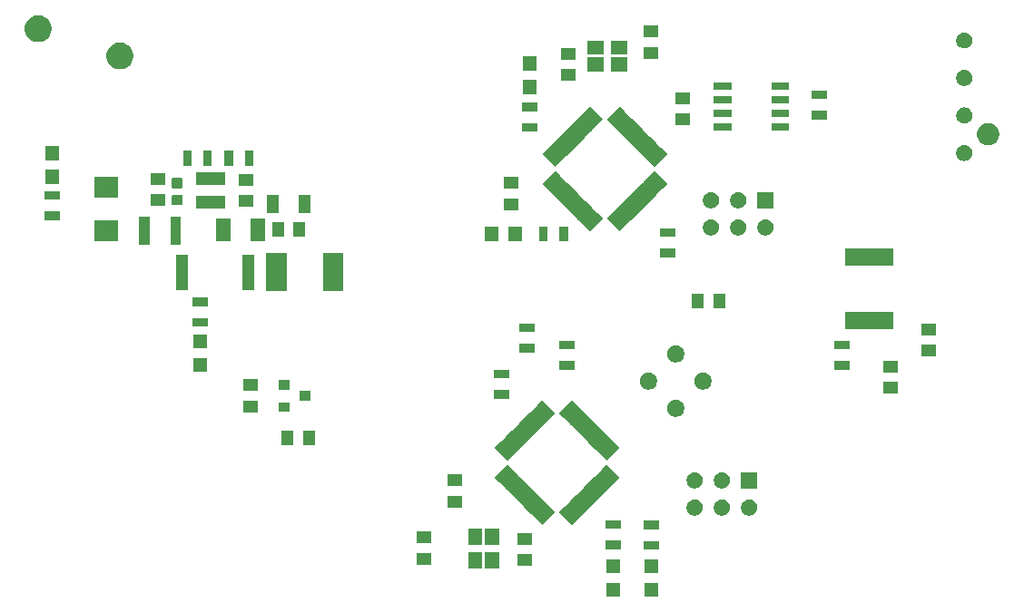
<source format=gbr>
G04 #@! TF.GenerationSoftware,KiCad,Pcbnew,5.1.4-e60b266~84~ubuntu16.04.1*
G04 #@! TF.CreationDate,2020-01-29T21:56:32-05:00*
G04 #@! TF.ProjectId,tire_temp,74697265-5f74-4656-9d70-2e6b69636164,rev?*
G04 #@! TF.SameCoordinates,Original*
G04 #@! TF.FileFunction,Soldermask,Top*
G04 #@! TF.FilePolarity,Negative*
%FSLAX46Y46*%
G04 Gerber Fmt 4.6, Leading zero omitted, Abs format (unit mm)*
G04 Created by KiCad (PCBNEW 5.1.4-e60b266~84~ubuntu16.04.1) date 2020-01-29 21:56:32*
%MOMM*%
%LPD*%
G04 APERTURE LIST*
%ADD10C,0.100000*%
G04 APERTURE END LIST*
D10*
G36*
X163211000Y-133069000D02*
G01*
X161909000Y-133069000D01*
X161909000Y-131767000D01*
X163211000Y-131767000D01*
X163211000Y-133069000D01*
X163211000Y-133069000D01*
G37*
G36*
X159655000Y-133069000D02*
G01*
X158353000Y-133069000D01*
X158353000Y-131767000D01*
X159655000Y-131767000D01*
X159655000Y-133069000D01*
X159655000Y-133069000D01*
G37*
G36*
X159655000Y-130869000D02*
G01*
X158353000Y-130869000D01*
X158353000Y-129567000D01*
X159655000Y-129567000D01*
X159655000Y-130869000D01*
X159655000Y-130869000D01*
G37*
G36*
X163211000Y-130869000D02*
G01*
X161909000Y-130869000D01*
X161909000Y-129567000D01*
X163211000Y-129567000D01*
X163211000Y-130869000D01*
X163211000Y-130869000D01*
G37*
G36*
X146790000Y-130375000D02*
G01*
X145488000Y-130375000D01*
X145488000Y-128873000D01*
X146790000Y-128873000D01*
X146790000Y-130375000D01*
X146790000Y-130375000D01*
G37*
G36*
X148390000Y-130375000D02*
G01*
X147088000Y-130375000D01*
X147088000Y-128873000D01*
X148390000Y-128873000D01*
X148390000Y-130375000D01*
X148390000Y-130375000D01*
G37*
G36*
X151425000Y-130202000D02*
G01*
X150073000Y-130202000D01*
X150073000Y-129100000D01*
X151425000Y-129100000D01*
X151425000Y-130202000D01*
X151425000Y-130202000D01*
G37*
G36*
X142027000Y-130075000D02*
G01*
X140675000Y-130075000D01*
X140675000Y-128973000D01*
X142027000Y-128973000D01*
X142027000Y-130075000D01*
X142027000Y-130075000D01*
G37*
G36*
X163261000Y-128671000D02*
G01*
X161859000Y-128671000D01*
X161859000Y-127869000D01*
X163261000Y-127869000D01*
X163261000Y-128671000D01*
X163261000Y-128671000D01*
G37*
G36*
X159705000Y-128605000D02*
G01*
X158303000Y-128605000D01*
X158303000Y-127803000D01*
X159705000Y-127803000D01*
X159705000Y-128605000D01*
X159705000Y-128605000D01*
G37*
G36*
X151425000Y-128202000D02*
G01*
X150073000Y-128202000D01*
X150073000Y-127100000D01*
X151425000Y-127100000D01*
X151425000Y-128202000D01*
X151425000Y-128202000D01*
G37*
G36*
X146790000Y-128175000D02*
G01*
X145488000Y-128175000D01*
X145488000Y-126673000D01*
X146790000Y-126673000D01*
X146790000Y-128175000D01*
X146790000Y-128175000D01*
G37*
G36*
X148390000Y-128175000D02*
G01*
X147088000Y-128175000D01*
X147088000Y-126673000D01*
X148390000Y-126673000D01*
X148390000Y-128175000D01*
X148390000Y-128175000D01*
G37*
G36*
X142027000Y-128075000D02*
G01*
X140675000Y-128075000D01*
X140675000Y-126973000D01*
X142027000Y-126973000D01*
X142027000Y-128075000D01*
X142027000Y-128075000D01*
G37*
G36*
X163261000Y-126771000D02*
G01*
X161859000Y-126771000D01*
X161859000Y-125969000D01*
X163261000Y-125969000D01*
X163261000Y-126771000D01*
X163261000Y-126771000D01*
G37*
G36*
X159705000Y-126705000D02*
G01*
X158303000Y-126705000D01*
X158303000Y-125903000D01*
X159705000Y-125903000D01*
X159705000Y-126705000D01*
X159705000Y-126705000D01*
G37*
G36*
X159614368Y-121919536D02*
G01*
X159153334Y-122380570D01*
X159048682Y-122485221D01*
X158587648Y-122946255D01*
X158482997Y-123050907D01*
X156324907Y-125208997D01*
X156220255Y-125313648D01*
X155759221Y-125774682D01*
X155654570Y-125879334D01*
X155193536Y-126340368D01*
X153990040Y-125136872D01*
X154451074Y-124675838D01*
X154451075Y-124675839D01*
X154467339Y-124659575D01*
X154467348Y-124659564D01*
X154555726Y-124571187D01*
X154555725Y-124571186D01*
X155016759Y-124110152D01*
X155016760Y-124110153D01*
X155105137Y-124021775D01*
X155105148Y-124021766D01*
X155121412Y-124005502D01*
X155121411Y-124005501D01*
X155582445Y-123544467D01*
X155582446Y-123544468D01*
X155670833Y-123456080D01*
X155687097Y-123439817D01*
X155687096Y-123439816D01*
X156148130Y-122978782D01*
X156148131Y-122978783D01*
X156252783Y-122874131D01*
X156252782Y-122874130D01*
X156713816Y-122413096D01*
X156713817Y-122413097D01*
X156802204Y-122324709D01*
X156818468Y-122308446D01*
X156818467Y-122308445D01*
X157279501Y-121847411D01*
X157279502Y-121847412D01*
X157295766Y-121831148D01*
X157295775Y-121831137D01*
X157384153Y-121742760D01*
X157384152Y-121742759D01*
X157845186Y-121281725D01*
X157845187Y-121281726D01*
X157933564Y-121193348D01*
X157933575Y-121193339D01*
X157949839Y-121177075D01*
X157949838Y-121177074D01*
X158410872Y-120716040D01*
X159614368Y-121919536D01*
X159614368Y-121919536D01*
G37*
G36*
X149644162Y-121177074D02*
G01*
X149644162Y-121177075D01*
X149660426Y-121193339D01*
X149660432Y-121193344D01*
X149748814Y-121281726D01*
X149748814Y-121281725D01*
X150209848Y-121742759D01*
X150209848Y-121742760D01*
X150298230Y-121831142D01*
X150298235Y-121831148D01*
X150314499Y-121847412D01*
X150314499Y-121847411D01*
X150775533Y-122308445D01*
X150775533Y-122308446D01*
X150880184Y-122413097D01*
X150880184Y-122413096D01*
X151341218Y-122874130D01*
X151341218Y-122874131D01*
X151445870Y-122978783D01*
X151445870Y-122978782D01*
X151906904Y-123439816D01*
X151906904Y-123439817D01*
X152011555Y-123544468D01*
X152011555Y-123544467D01*
X152472589Y-124005501D01*
X152472589Y-124005502D01*
X152488853Y-124021766D01*
X152488859Y-124021771D01*
X152577241Y-124110153D01*
X152577241Y-124110152D01*
X153038275Y-124571186D01*
X153038275Y-124571187D01*
X153126657Y-124659569D01*
X153126662Y-124659575D01*
X153142926Y-124675839D01*
X153142926Y-124675838D01*
X153603960Y-125136872D01*
X152400464Y-126340368D01*
X151939430Y-125879334D01*
X151939431Y-125879334D01*
X151851049Y-125790952D01*
X151851044Y-125790946D01*
X151834780Y-125774682D01*
X151834779Y-125774682D01*
X151373745Y-125313648D01*
X151373746Y-125313648D01*
X151357482Y-125297384D01*
X151357476Y-125297379D01*
X151269094Y-125208997D01*
X151269093Y-125208997D01*
X150808059Y-124747963D01*
X150808060Y-124747963D01*
X150703409Y-124643312D01*
X150703408Y-124643312D01*
X150242374Y-124182278D01*
X150242375Y-124182278D01*
X150137723Y-124077626D01*
X150137722Y-124077626D01*
X149676688Y-123616592D01*
X149676689Y-123616592D01*
X149572038Y-123511941D01*
X149572037Y-123511941D01*
X149111003Y-123050907D01*
X149111004Y-123050907D01*
X149022622Y-122962525D01*
X149022617Y-122962519D01*
X149006353Y-122946255D01*
X149006352Y-122946255D01*
X148545318Y-122485221D01*
X148545319Y-122485221D01*
X148529055Y-122468957D01*
X148529049Y-122468952D01*
X148440667Y-122380570D01*
X148440666Y-122380570D01*
X147979632Y-121919536D01*
X149183128Y-120716040D01*
X149644162Y-121177074D01*
X149644162Y-121177074D01*
G37*
G36*
X171923059Y-123991860D02*
G01*
X171995271Y-124021771D01*
X172059732Y-124048472D01*
X172182735Y-124130660D01*
X172287340Y-124235265D01*
X172369528Y-124358268D01*
X172426140Y-124494941D01*
X172455000Y-124640033D01*
X172455000Y-124787967D01*
X172426140Y-124933059D01*
X172369528Y-125069732D01*
X172287340Y-125192735D01*
X172182735Y-125297340D01*
X172059732Y-125379528D01*
X172059731Y-125379529D01*
X172059730Y-125379529D01*
X171923059Y-125436140D01*
X171777968Y-125465000D01*
X171630032Y-125465000D01*
X171484941Y-125436140D01*
X171348270Y-125379529D01*
X171348269Y-125379529D01*
X171348268Y-125379528D01*
X171225265Y-125297340D01*
X171120660Y-125192735D01*
X171038472Y-125069732D01*
X170981860Y-124933059D01*
X170953000Y-124787967D01*
X170953000Y-124640033D01*
X170981860Y-124494941D01*
X171038472Y-124358268D01*
X171120660Y-124235265D01*
X171225265Y-124130660D01*
X171348268Y-124048472D01*
X171412730Y-124021771D01*
X171484941Y-123991860D01*
X171630032Y-123963000D01*
X171777968Y-123963000D01*
X171923059Y-123991860D01*
X171923059Y-123991860D01*
G37*
G36*
X166843059Y-123991860D02*
G01*
X166915271Y-124021771D01*
X166979732Y-124048472D01*
X167102735Y-124130660D01*
X167207340Y-124235265D01*
X167289528Y-124358268D01*
X167346140Y-124494941D01*
X167375000Y-124640033D01*
X167375000Y-124787967D01*
X167346140Y-124933059D01*
X167289528Y-125069732D01*
X167207340Y-125192735D01*
X167102735Y-125297340D01*
X166979732Y-125379528D01*
X166979731Y-125379529D01*
X166979730Y-125379529D01*
X166843059Y-125436140D01*
X166697968Y-125465000D01*
X166550032Y-125465000D01*
X166404941Y-125436140D01*
X166268270Y-125379529D01*
X166268269Y-125379529D01*
X166268268Y-125379528D01*
X166145265Y-125297340D01*
X166040660Y-125192735D01*
X165958472Y-125069732D01*
X165901860Y-124933059D01*
X165873000Y-124787967D01*
X165873000Y-124640033D01*
X165901860Y-124494941D01*
X165958472Y-124358268D01*
X166040660Y-124235265D01*
X166145265Y-124130660D01*
X166268268Y-124048472D01*
X166332730Y-124021771D01*
X166404941Y-123991860D01*
X166550032Y-123963000D01*
X166697968Y-123963000D01*
X166843059Y-123991860D01*
X166843059Y-123991860D01*
G37*
G36*
X169383059Y-123991860D02*
G01*
X169455271Y-124021771D01*
X169519732Y-124048472D01*
X169642735Y-124130660D01*
X169747340Y-124235265D01*
X169829528Y-124358268D01*
X169886140Y-124494941D01*
X169915000Y-124640033D01*
X169915000Y-124787967D01*
X169886140Y-124933059D01*
X169829528Y-125069732D01*
X169747340Y-125192735D01*
X169642735Y-125297340D01*
X169519732Y-125379528D01*
X169519731Y-125379529D01*
X169519730Y-125379529D01*
X169383059Y-125436140D01*
X169237968Y-125465000D01*
X169090032Y-125465000D01*
X168944941Y-125436140D01*
X168808270Y-125379529D01*
X168808269Y-125379529D01*
X168808268Y-125379528D01*
X168685265Y-125297340D01*
X168580660Y-125192735D01*
X168498472Y-125069732D01*
X168441860Y-124933059D01*
X168413000Y-124787967D01*
X168413000Y-124640033D01*
X168441860Y-124494941D01*
X168498472Y-124358268D01*
X168580660Y-124235265D01*
X168685265Y-124130660D01*
X168808268Y-124048472D01*
X168872730Y-124021771D01*
X168944941Y-123991860D01*
X169090032Y-123963000D01*
X169237968Y-123963000D01*
X169383059Y-123991860D01*
X169383059Y-123991860D01*
G37*
G36*
X144948000Y-124725000D02*
G01*
X143596000Y-124725000D01*
X143596000Y-123623000D01*
X144948000Y-123623000D01*
X144948000Y-124725000D01*
X144948000Y-124725000D01*
G37*
G36*
X169383059Y-121451860D02*
G01*
X169519732Y-121508472D01*
X169642735Y-121590660D01*
X169747340Y-121695265D01*
X169747341Y-121695267D01*
X169829529Y-121818270D01*
X169886140Y-121954941D01*
X169915000Y-122100032D01*
X169915000Y-122247968D01*
X169899735Y-122324709D01*
X169886140Y-122393059D01*
X169829528Y-122529732D01*
X169747340Y-122652735D01*
X169642735Y-122757340D01*
X169519732Y-122839528D01*
X169519731Y-122839529D01*
X169519730Y-122839529D01*
X169383059Y-122896140D01*
X169237968Y-122925000D01*
X169090032Y-122925000D01*
X168944941Y-122896140D01*
X168808270Y-122839529D01*
X168808269Y-122839529D01*
X168808268Y-122839528D01*
X168685265Y-122757340D01*
X168580660Y-122652735D01*
X168498472Y-122529732D01*
X168441860Y-122393059D01*
X168428265Y-122324709D01*
X168413000Y-122247968D01*
X168413000Y-122100032D01*
X168441860Y-121954941D01*
X168498471Y-121818270D01*
X168580659Y-121695267D01*
X168580660Y-121695265D01*
X168685265Y-121590660D01*
X168808268Y-121508472D01*
X168944941Y-121451860D01*
X169090032Y-121423000D01*
X169237968Y-121423000D01*
X169383059Y-121451860D01*
X169383059Y-121451860D01*
G37*
G36*
X166843059Y-121451860D02*
G01*
X166979732Y-121508472D01*
X167102735Y-121590660D01*
X167207340Y-121695265D01*
X167207341Y-121695267D01*
X167289529Y-121818270D01*
X167346140Y-121954941D01*
X167375000Y-122100032D01*
X167375000Y-122247968D01*
X167359735Y-122324709D01*
X167346140Y-122393059D01*
X167289528Y-122529732D01*
X167207340Y-122652735D01*
X167102735Y-122757340D01*
X166979732Y-122839528D01*
X166979731Y-122839529D01*
X166979730Y-122839529D01*
X166843059Y-122896140D01*
X166697968Y-122925000D01*
X166550032Y-122925000D01*
X166404941Y-122896140D01*
X166268270Y-122839529D01*
X166268269Y-122839529D01*
X166268268Y-122839528D01*
X166145265Y-122757340D01*
X166040660Y-122652735D01*
X165958472Y-122529732D01*
X165901860Y-122393059D01*
X165888265Y-122324709D01*
X165873000Y-122247968D01*
X165873000Y-122100032D01*
X165901860Y-121954941D01*
X165958471Y-121818270D01*
X166040659Y-121695267D01*
X166040660Y-121695265D01*
X166145265Y-121590660D01*
X166268268Y-121508472D01*
X166404941Y-121451860D01*
X166550032Y-121423000D01*
X166697968Y-121423000D01*
X166843059Y-121451860D01*
X166843059Y-121451860D01*
G37*
G36*
X172455000Y-122925000D02*
G01*
X170953000Y-122925000D01*
X170953000Y-121423000D01*
X172455000Y-121423000D01*
X172455000Y-122925000D01*
X172455000Y-122925000D01*
G37*
G36*
X144948000Y-122725000D02*
G01*
X143596000Y-122725000D01*
X143596000Y-121623000D01*
X144948000Y-121623000D01*
X144948000Y-122725000D01*
X144948000Y-122725000D01*
G37*
G36*
X153603960Y-115909128D02*
G01*
X153126662Y-116386426D01*
X153038275Y-116474814D01*
X152577241Y-116935848D01*
X152488853Y-117024235D01*
X152011555Y-117501533D01*
X151923167Y-117589920D01*
X151906904Y-117606184D01*
X150880184Y-118632904D01*
X150791796Y-118721291D01*
X150775533Y-118737555D01*
X150298235Y-119214853D01*
X150209848Y-119303241D01*
X149748814Y-119764275D01*
X149660426Y-119852662D01*
X149183128Y-120329960D01*
X147979632Y-119126464D01*
X148440666Y-118665430D01*
X148440667Y-118665431D01*
X148529044Y-118577053D01*
X148529055Y-118577044D01*
X148545319Y-118560780D01*
X148545318Y-118560779D01*
X149006352Y-118099745D01*
X149006353Y-118099746D01*
X149022617Y-118083482D01*
X149022626Y-118083471D01*
X149111004Y-117995094D01*
X149111003Y-117995093D01*
X149572037Y-117534059D01*
X149572038Y-117534060D01*
X149676689Y-117429409D01*
X149676688Y-117429408D01*
X150137722Y-116968374D01*
X150137723Y-116968375D01*
X150242375Y-116863723D01*
X150242374Y-116863722D01*
X150703408Y-116402688D01*
X150703409Y-116402689D01*
X150808060Y-116298038D01*
X150808059Y-116298037D01*
X151269093Y-115837003D01*
X151269094Y-115837004D01*
X151357471Y-115748626D01*
X151357482Y-115748617D01*
X151373746Y-115732353D01*
X151373745Y-115732352D01*
X151834779Y-115271318D01*
X151834780Y-115271319D01*
X151851044Y-115255055D01*
X151851053Y-115255044D01*
X151939431Y-115166667D01*
X151939430Y-115166666D01*
X152400464Y-114705632D01*
X153603960Y-115909128D01*
X153603960Y-115909128D01*
G37*
G36*
X155654570Y-115166666D02*
G01*
X155654570Y-115166667D01*
X155742952Y-115255049D01*
X155742957Y-115255055D01*
X155759221Y-115271319D01*
X155759221Y-115271318D01*
X156220255Y-115732352D01*
X156220255Y-115732353D01*
X156236519Y-115748617D01*
X156236525Y-115748622D01*
X156324907Y-115837004D01*
X156324907Y-115837003D01*
X156785941Y-116298037D01*
X156785941Y-116298038D01*
X156890592Y-116402689D01*
X156890592Y-116402688D01*
X157351626Y-116863722D01*
X157351626Y-116863723D01*
X157456278Y-116968375D01*
X157456278Y-116968374D01*
X157917312Y-117429408D01*
X157917312Y-117429409D01*
X158021963Y-117534060D01*
X158021963Y-117534059D01*
X158482997Y-117995093D01*
X158482997Y-117995094D01*
X158571379Y-118083476D01*
X158571384Y-118083482D01*
X158587648Y-118099746D01*
X158587648Y-118099745D01*
X159048682Y-118560779D01*
X159048682Y-118560780D01*
X159064946Y-118577044D01*
X159064952Y-118577049D01*
X159153334Y-118665431D01*
X159153334Y-118665430D01*
X159614368Y-119126464D01*
X158410872Y-120329960D01*
X157949838Y-119868926D01*
X157949839Y-119868926D01*
X157933575Y-119852662D01*
X157933569Y-119852657D01*
X157845187Y-119764275D01*
X157845186Y-119764275D01*
X157384152Y-119303241D01*
X157384153Y-119303241D01*
X157295771Y-119214859D01*
X157295766Y-119214853D01*
X157279502Y-119198589D01*
X157279501Y-119198589D01*
X156818467Y-118737555D01*
X156818468Y-118737555D01*
X156713817Y-118632904D01*
X156713816Y-118632904D01*
X156252782Y-118171870D01*
X156252783Y-118171870D01*
X156148131Y-118067218D01*
X156148130Y-118067218D01*
X155687096Y-117606184D01*
X155687097Y-117606184D01*
X155582446Y-117501533D01*
X155582445Y-117501533D01*
X155121411Y-117040499D01*
X155121412Y-117040499D01*
X155105148Y-117024235D01*
X155105142Y-117024230D01*
X155016760Y-116935848D01*
X155016759Y-116935848D01*
X154555725Y-116474814D01*
X154555726Y-116474814D01*
X154467344Y-116386432D01*
X154467339Y-116386426D01*
X154451075Y-116370162D01*
X154451074Y-116370162D01*
X153990040Y-115909128D01*
X155193536Y-114705632D01*
X155654570Y-115166666D01*
X155654570Y-115166666D01*
G37*
G36*
X129218000Y-118913000D02*
G01*
X128116000Y-118913000D01*
X128116000Y-117561000D01*
X129218000Y-117561000D01*
X129218000Y-118913000D01*
X129218000Y-118913000D01*
G37*
G36*
X131218000Y-118913000D02*
G01*
X130116000Y-118913000D01*
X130116000Y-117561000D01*
X131218000Y-117561000D01*
X131218000Y-118913000D01*
X131218000Y-118913000D01*
G37*
G36*
X165083142Y-114661242D02*
G01*
X165231101Y-114722529D01*
X165364255Y-114811499D01*
X165477501Y-114924745D01*
X165566471Y-115057899D01*
X165627758Y-115205858D01*
X165659000Y-115362925D01*
X165659000Y-115523075D01*
X165627758Y-115680142D01*
X165566471Y-115828101D01*
X165477501Y-115961255D01*
X165364255Y-116074501D01*
X165231101Y-116163471D01*
X165083142Y-116224758D01*
X164926075Y-116256000D01*
X164765925Y-116256000D01*
X164608858Y-116224758D01*
X164460899Y-116163471D01*
X164327745Y-116074501D01*
X164214499Y-115961255D01*
X164125529Y-115828101D01*
X164064242Y-115680142D01*
X164033000Y-115523075D01*
X164033000Y-115362925D01*
X164064242Y-115205858D01*
X164125529Y-115057899D01*
X164214499Y-114924745D01*
X164327745Y-114811499D01*
X164460899Y-114722529D01*
X164608858Y-114661242D01*
X164765925Y-114630000D01*
X164926075Y-114630000D01*
X165083142Y-114661242D01*
X165083142Y-114661242D01*
G37*
G36*
X125898000Y-115851000D02*
G01*
X124546000Y-115851000D01*
X124546000Y-114749000D01*
X125898000Y-114749000D01*
X125898000Y-115851000D01*
X125898000Y-115851000D01*
G37*
G36*
X128803000Y-115801000D02*
G01*
X127801000Y-115801000D01*
X127801000Y-114899000D01*
X128803000Y-114899000D01*
X128803000Y-115801000D01*
X128803000Y-115801000D01*
G37*
G36*
X130803000Y-114751000D02*
G01*
X129801000Y-114751000D01*
X129801000Y-113849000D01*
X130803000Y-113849000D01*
X130803000Y-114751000D01*
X130803000Y-114751000D01*
G37*
G36*
X149291000Y-114574000D02*
G01*
X147889000Y-114574000D01*
X147889000Y-113772000D01*
X149291000Y-113772000D01*
X149291000Y-114574000D01*
X149291000Y-114574000D01*
G37*
G36*
X185588000Y-114089000D02*
G01*
X184236000Y-114089000D01*
X184236000Y-112987000D01*
X185588000Y-112987000D01*
X185588000Y-114089000D01*
X185588000Y-114089000D01*
G37*
G36*
X125898000Y-113851000D02*
G01*
X124546000Y-113851000D01*
X124546000Y-112749000D01*
X125898000Y-112749000D01*
X125898000Y-113851000D01*
X125898000Y-113851000D01*
G37*
G36*
X162543142Y-112121242D02*
G01*
X162691101Y-112182529D01*
X162824255Y-112271499D01*
X162937501Y-112384745D01*
X163026471Y-112517899D01*
X163087758Y-112665858D01*
X163119000Y-112822925D01*
X163119000Y-112983075D01*
X163087758Y-113140142D01*
X163026471Y-113288101D01*
X162937501Y-113421255D01*
X162824255Y-113534501D01*
X162691101Y-113623471D01*
X162543142Y-113684758D01*
X162386075Y-113716000D01*
X162225925Y-113716000D01*
X162068858Y-113684758D01*
X161920899Y-113623471D01*
X161787745Y-113534501D01*
X161674499Y-113421255D01*
X161585529Y-113288101D01*
X161524242Y-113140142D01*
X161493000Y-112983075D01*
X161493000Y-112822925D01*
X161524242Y-112665858D01*
X161585529Y-112517899D01*
X161674499Y-112384745D01*
X161787745Y-112271499D01*
X161920899Y-112182529D01*
X162068858Y-112121242D01*
X162225925Y-112090000D01*
X162386075Y-112090000D01*
X162543142Y-112121242D01*
X162543142Y-112121242D01*
G37*
G36*
X167623142Y-112121242D02*
G01*
X167771101Y-112182529D01*
X167904255Y-112271499D01*
X168017501Y-112384745D01*
X168106471Y-112517899D01*
X168167758Y-112665858D01*
X168199000Y-112822925D01*
X168199000Y-112983075D01*
X168167758Y-113140142D01*
X168106471Y-113288101D01*
X168017501Y-113421255D01*
X167904255Y-113534501D01*
X167771101Y-113623471D01*
X167623142Y-113684758D01*
X167466075Y-113716000D01*
X167305925Y-113716000D01*
X167148858Y-113684758D01*
X167000899Y-113623471D01*
X166867745Y-113534501D01*
X166754499Y-113421255D01*
X166665529Y-113288101D01*
X166604242Y-113140142D01*
X166573000Y-112983075D01*
X166573000Y-112822925D01*
X166604242Y-112665858D01*
X166665529Y-112517899D01*
X166754499Y-112384745D01*
X166867745Y-112271499D01*
X167000899Y-112182529D01*
X167148858Y-112121242D01*
X167305925Y-112090000D01*
X167466075Y-112090000D01*
X167623142Y-112121242D01*
X167623142Y-112121242D01*
G37*
G36*
X128803000Y-113701000D02*
G01*
X127801000Y-113701000D01*
X127801000Y-112799000D01*
X128803000Y-112799000D01*
X128803000Y-113701000D01*
X128803000Y-113701000D01*
G37*
G36*
X149291000Y-112674000D02*
G01*
X147889000Y-112674000D01*
X147889000Y-111872000D01*
X149291000Y-111872000D01*
X149291000Y-112674000D01*
X149291000Y-112674000D01*
G37*
G36*
X185588000Y-112089000D02*
G01*
X184236000Y-112089000D01*
X184236000Y-110987000D01*
X185588000Y-110987000D01*
X185588000Y-112089000D01*
X185588000Y-112089000D01*
G37*
G36*
X121144000Y-112043000D02*
G01*
X119842000Y-112043000D01*
X119842000Y-110741000D01*
X121144000Y-110741000D01*
X121144000Y-112043000D01*
X121144000Y-112043000D01*
G37*
G36*
X181041000Y-111841000D02*
G01*
X179639000Y-111841000D01*
X179639000Y-111039000D01*
X181041000Y-111039000D01*
X181041000Y-111841000D01*
X181041000Y-111841000D01*
G37*
G36*
X155387000Y-111841000D02*
G01*
X153985000Y-111841000D01*
X153985000Y-111039000D01*
X155387000Y-111039000D01*
X155387000Y-111841000D01*
X155387000Y-111841000D01*
G37*
G36*
X165083142Y-109581242D02*
G01*
X165231101Y-109642529D01*
X165364255Y-109731499D01*
X165477501Y-109844745D01*
X165566471Y-109977899D01*
X165627758Y-110125858D01*
X165659000Y-110282925D01*
X165659000Y-110443075D01*
X165627758Y-110600142D01*
X165566471Y-110748101D01*
X165477501Y-110881255D01*
X165364255Y-110994501D01*
X165231101Y-111083471D01*
X165083142Y-111144758D01*
X164926075Y-111176000D01*
X164765925Y-111176000D01*
X164608858Y-111144758D01*
X164460899Y-111083471D01*
X164327745Y-110994501D01*
X164214499Y-110881255D01*
X164125529Y-110748101D01*
X164064242Y-110600142D01*
X164033000Y-110443075D01*
X164033000Y-110282925D01*
X164064242Y-110125858D01*
X164125529Y-109977899D01*
X164214499Y-109844745D01*
X164327745Y-109731499D01*
X164460899Y-109642529D01*
X164608858Y-109581242D01*
X164765925Y-109550000D01*
X164926075Y-109550000D01*
X165083142Y-109581242D01*
X165083142Y-109581242D01*
G37*
G36*
X189144000Y-110628000D02*
G01*
X187792000Y-110628000D01*
X187792000Y-109526000D01*
X189144000Y-109526000D01*
X189144000Y-110628000D01*
X189144000Y-110628000D01*
G37*
G36*
X151704000Y-110256000D02*
G01*
X150302000Y-110256000D01*
X150302000Y-109454000D01*
X151704000Y-109454000D01*
X151704000Y-110256000D01*
X151704000Y-110256000D01*
G37*
G36*
X181041000Y-109941000D02*
G01*
X179639000Y-109941000D01*
X179639000Y-109139000D01*
X181041000Y-109139000D01*
X181041000Y-109941000D01*
X181041000Y-109941000D01*
G37*
G36*
X155387000Y-109941000D02*
G01*
X153985000Y-109941000D01*
X153985000Y-109139000D01*
X155387000Y-109139000D01*
X155387000Y-109941000D01*
X155387000Y-109941000D01*
G37*
G36*
X121144000Y-109843000D02*
G01*
X119842000Y-109843000D01*
X119842000Y-108541000D01*
X121144000Y-108541000D01*
X121144000Y-109843000D01*
X121144000Y-109843000D01*
G37*
G36*
X189144000Y-108628000D02*
G01*
X187792000Y-108628000D01*
X187792000Y-107526000D01*
X189144000Y-107526000D01*
X189144000Y-108628000D01*
X189144000Y-108628000D01*
G37*
G36*
X151704000Y-108356000D02*
G01*
X150302000Y-108356000D01*
X150302000Y-107554000D01*
X151704000Y-107554000D01*
X151704000Y-108356000D01*
X151704000Y-108356000D01*
G37*
G36*
X185151000Y-108022000D02*
G01*
X180699000Y-108022000D01*
X180699000Y-106470000D01*
X185151000Y-106470000D01*
X185151000Y-108022000D01*
X185151000Y-108022000D01*
G37*
G36*
X121194000Y-107843000D02*
G01*
X119792000Y-107843000D01*
X119792000Y-107041000D01*
X121194000Y-107041000D01*
X121194000Y-107843000D01*
X121194000Y-107843000D01*
G37*
G36*
X169461000Y-106086000D02*
G01*
X168359000Y-106086000D01*
X168359000Y-104734000D01*
X169461000Y-104734000D01*
X169461000Y-106086000D01*
X169461000Y-106086000D01*
G37*
G36*
X167461000Y-106086000D02*
G01*
X166359000Y-106086000D01*
X166359000Y-104734000D01*
X167461000Y-104734000D01*
X167461000Y-106086000D01*
X167461000Y-106086000D01*
G37*
G36*
X121194000Y-105943000D02*
G01*
X119792000Y-105943000D01*
X119792000Y-105141000D01*
X121194000Y-105141000D01*
X121194000Y-105943000D01*
X121194000Y-105943000D01*
G37*
G36*
X133843300Y-104544000D02*
G01*
X131961300Y-104544000D01*
X131961300Y-100942000D01*
X133843300Y-100942000D01*
X133843300Y-104544000D01*
X133843300Y-104544000D01*
G37*
G36*
X128563300Y-104544000D02*
G01*
X126681300Y-104544000D01*
X126681300Y-100942000D01*
X128563300Y-100942000D01*
X128563300Y-104544000D01*
X128563300Y-104544000D01*
G37*
G36*
X119372200Y-104399080D02*
G01*
X118270200Y-104399080D01*
X118270200Y-101097080D01*
X119372200Y-101097080D01*
X119372200Y-104399080D01*
X119372200Y-104399080D01*
G37*
G36*
X125572200Y-104399080D02*
G01*
X124470200Y-104399080D01*
X124470200Y-101097080D01*
X125572200Y-101097080D01*
X125572200Y-104399080D01*
X125572200Y-104399080D01*
G37*
G36*
X185151000Y-102122000D02*
G01*
X180699000Y-102122000D01*
X180699000Y-100570000D01*
X185151000Y-100570000D01*
X185151000Y-102122000D01*
X185151000Y-102122000D01*
G37*
G36*
X164785000Y-101361000D02*
G01*
X163383000Y-101361000D01*
X163383000Y-100559000D01*
X164785000Y-100559000D01*
X164785000Y-101361000D01*
X164785000Y-101361000D01*
G37*
G36*
X118714800Y-100170500D02*
G01*
X117712800Y-100170500D01*
X117712800Y-97568500D01*
X118714800Y-97568500D01*
X118714800Y-100170500D01*
X118714800Y-100170500D01*
G37*
G36*
X115814800Y-100170500D02*
G01*
X114812800Y-100170500D01*
X114812800Y-97568500D01*
X115814800Y-97568500D01*
X115814800Y-100170500D01*
X115814800Y-100170500D01*
G37*
G36*
X152928000Y-99888000D02*
G01*
X152126000Y-99888000D01*
X152126000Y-98486000D01*
X152928000Y-98486000D01*
X152928000Y-99888000D01*
X152928000Y-99888000D01*
G37*
G36*
X154828000Y-99888000D02*
G01*
X154026000Y-99888000D01*
X154026000Y-98486000D01*
X154828000Y-98486000D01*
X154828000Y-99888000D01*
X154828000Y-99888000D01*
G37*
G36*
X123320700Y-99859540D02*
G01*
X122018700Y-99859540D01*
X122018700Y-97757540D01*
X123320700Y-97757540D01*
X123320700Y-99859540D01*
X123320700Y-99859540D01*
G37*
G36*
X126520700Y-99859540D02*
G01*
X125218700Y-99859540D01*
X125218700Y-97757540D01*
X126520700Y-97757540D01*
X126520700Y-99859540D01*
X126520700Y-99859540D01*
G37*
G36*
X150511000Y-99838000D02*
G01*
X149209000Y-99838000D01*
X149209000Y-98536000D01*
X150511000Y-98536000D01*
X150511000Y-99838000D01*
X150511000Y-99838000D01*
G37*
G36*
X148311000Y-99838000D02*
G01*
X147009000Y-99838000D01*
X147009000Y-98536000D01*
X148311000Y-98536000D01*
X148311000Y-99838000D01*
X148311000Y-99838000D01*
G37*
G36*
X112877800Y-99809500D02*
G01*
X110616800Y-99809500D01*
X110616800Y-97929500D01*
X112877800Y-97929500D01*
X112877800Y-99809500D01*
X112877800Y-99809500D01*
G37*
G36*
X164785000Y-99461000D02*
G01*
X163383000Y-99461000D01*
X163383000Y-98659000D01*
X164785000Y-98659000D01*
X164785000Y-99461000D01*
X164785000Y-99461000D01*
G37*
G36*
X130316300Y-99418500D02*
G01*
X129214300Y-99418500D01*
X129214300Y-98066500D01*
X130316300Y-98066500D01*
X130316300Y-99418500D01*
X130316300Y-99418500D01*
G37*
G36*
X128316300Y-99418500D02*
G01*
X127214300Y-99418500D01*
X127214300Y-98066500D01*
X128316300Y-98066500D01*
X128316300Y-99418500D01*
X128316300Y-99418500D01*
G37*
G36*
X168367059Y-97829860D02*
G01*
X168503732Y-97886472D01*
X168626735Y-97968660D01*
X168731340Y-98073265D01*
X168731341Y-98073267D01*
X168813529Y-98196270D01*
X168870140Y-98332941D01*
X168899000Y-98478032D01*
X168899000Y-98625968D01*
X168870140Y-98771059D01*
X168813528Y-98907732D01*
X168731340Y-99030735D01*
X168626735Y-99135340D01*
X168503732Y-99217528D01*
X168503731Y-99217529D01*
X168503730Y-99217529D01*
X168367059Y-99274140D01*
X168221968Y-99303000D01*
X168074032Y-99303000D01*
X167928941Y-99274140D01*
X167792270Y-99217529D01*
X167792269Y-99217529D01*
X167792268Y-99217528D01*
X167669265Y-99135340D01*
X167564660Y-99030735D01*
X167482472Y-98907732D01*
X167425860Y-98771059D01*
X167397000Y-98625968D01*
X167397000Y-98478032D01*
X167425860Y-98332941D01*
X167482471Y-98196270D01*
X167564659Y-98073267D01*
X167564660Y-98073265D01*
X167669265Y-97968660D01*
X167792268Y-97886472D01*
X167928941Y-97829860D01*
X168074032Y-97801000D01*
X168221968Y-97801000D01*
X168367059Y-97829860D01*
X168367059Y-97829860D01*
G37*
G36*
X170907059Y-97829860D02*
G01*
X171043732Y-97886472D01*
X171166735Y-97968660D01*
X171271340Y-98073265D01*
X171271341Y-98073267D01*
X171353529Y-98196270D01*
X171410140Y-98332941D01*
X171439000Y-98478032D01*
X171439000Y-98625968D01*
X171410140Y-98771059D01*
X171353528Y-98907732D01*
X171271340Y-99030735D01*
X171166735Y-99135340D01*
X171043732Y-99217528D01*
X171043731Y-99217529D01*
X171043730Y-99217529D01*
X170907059Y-99274140D01*
X170761968Y-99303000D01*
X170614032Y-99303000D01*
X170468941Y-99274140D01*
X170332270Y-99217529D01*
X170332269Y-99217529D01*
X170332268Y-99217528D01*
X170209265Y-99135340D01*
X170104660Y-99030735D01*
X170022472Y-98907732D01*
X169965860Y-98771059D01*
X169937000Y-98625968D01*
X169937000Y-98478032D01*
X169965860Y-98332941D01*
X170022471Y-98196270D01*
X170104659Y-98073267D01*
X170104660Y-98073265D01*
X170209265Y-97968660D01*
X170332268Y-97886472D01*
X170468941Y-97829860D01*
X170614032Y-97801000D01*
X170761968Y-97801000D01*
X170907059Y-97829860D01*
X170907059Y-97829860D01*
G37*
G36*
X173447059Y-97829860D02*
G01*
X173583732Y-97886472D01*
X173706735Y-97968660D01*
X173811340Y-98073265D01*
X173811341Y-98073267D01*
X173893529Y-98196270D01*
X173950140Y-98332941D01*
X173979000Y-98478032D01*
X173979000Y-98625968D01*
X173950140Y-98771059D01*
X173893528Y-98907732D01*
X173811340Y-99030735D01*
X173706735Y-99135340D01*
X173583732Y-99217528D01*
X173583731Y-99217529D01*
X173583730Y-99217529D01*
X173447059Y-99274140D01*
X173301968Y-99303000D01*
X173154032Y-99303000D01*
X173008941Y-99274140D01*
X172872270Y-99217529D01*
X172872269Y-99217529D01*
X172872268Y-99217528D01*
X172749265Y-99135340D01*
X172644660Y-99030735D01*
X172562472Y-98907732D01*
X172505860Y-98771059D01*
X172477000Y-98625968D01*
X172477000Y-98478032D01*
X172505860Y-98332941D01*
X172562471Y-98196270D01*
X172644659Y-98073267D01*
X172644660Y-98073265D01*
X172749265Y-97968660D01*
X172872268Y-97886472D01*
X173008941Y-97829860D01*
X173154032Y-97801000D01*
X173301968Y-97801000D01*
X173447059Y-97829860D01*
X173447059Y-97829860D01*
G37*
G36*
X164059368Y-94487536D02*
G01*
X163598334Y-94948570D01*
X163493682Y-95053221D01*
X163032648Y-95514255D01*
X162927997Y-95618907D01*
X160769907Y-97776997D01*
X160665255Y-97881648D01*
X160204221Y-98342682D01*
X160099570Y-98447334D01*
X159638536Y-98908368D01*
X158435040Y-97704872D01*
X158896074Y-97243838D01*
X158896075Y-97243839D01*
X158912339Y-97227575D01*
X158912348Y-97227564D01*
X159000726Y-97139187D01*
X159000725Y-97139186D01*
X159461759Y-96678152D01*
X159461760Y-96678153D01*
X159550137Y-96589775D01*
X159550148Y-96589766D01*
X159566412Y-96573502D01*
X159566411Y-96573501D01*
X160027445Y-96112467D01*
X160027446Y-96112468D01*
X160115833Y-96024080D01*
X160132097Y-96007817D01*
X160132096Y-96007816D01*
X160593130Y-95546782D01*
X160593131Y-95546783D01*
X160697783Y-95442131D01*
X160697782Y-95442130D01*
X161158816Y-94981096D01*
X161158817Y-94981097D01*
X161247204Y-94892709D01*
X161263468Y-94876446D01*
X161263467Y-94876445D01*
X161724501Y-94415411D01*
X161724502Y-94415412D01*
X161740766Y-94399148D01*
X161740775Y-94399137D01*
X161829153Y-94310760D01*
X161829152Y-94310759D01*
X162290186Y-93849725D01*
X162290187Y-93849726D01*
X162378564Y-93761348D01*
X162378575Y-93761339D01*
X162394839Y-93745075D01*
X162394838Y-93745074D01*
X162855872Y-93284040D01*
X164059368Y-94487536D01*
X164059368Y-94487536D01*
G37*
G36*
X154089162Y-93745074D02*
G01*
X154089162Y-93745075D01*
X154105426Y-93761339D01*
X154105432Y-93761344D01*
X154193814Y-93849726D01*
X154193814Y-93849725D01*
X154654848Y-94310759D01*
X154654848Y-94310760D01*
X154743230Y-94399142D01*
X154743235Y-94399148D01*
X154759499Y-94415412D01*
X154759499Y-94415411D01*
X155220533Y-94876445D01*
X155220533Y-94876446D01*
X155325184Y-94981097D01*
X155325184Y-94981096D01*
X155786218Y-95442130D01*
X155786218Y-95442131D01*
X155890870Y-95546783D01*
X155890870Y-95546782D01*
X156351904Y-96007816D01*
X156351904Y-96007817D01*
X156456555Y-96112468D01*
X156456555Y-96112467D01*
X156917589Y-96573501D01*
X156917589Y-96573502D01*
X156933853Y-96589766D01*
X156933859Y-96589771D01*
X157022241Y-96678153D01*
X157022241Y-96678152D01*
X157483275Y-97139186D01*
X157483275Y-97139187D01*
X157571657Y-97227569D01*
X157571662Y-97227575D01*
X157587926Y-97243839D01*
X157587926Y-97243838D01*
X158048960Y-97704872D01*
X156845464Y-98908368D01*
X156384430Y-98447334D01*
X156384431Y-98447334D01*
X156296049Y-98358952D01*
X156296044Y-98358946D01*
X156279780Y-98342682D01*
X156279779Y-98342682D01*
X155818745Y-97881648D01*
X155818746Y-97881648D01*
X155802482Y-97865384D01*
X155802476Y-97865379D01*
X155714094Y-97776997D01*
X155714093Y-97776997D01*
X155253059Y-97315963D01*
X155253060Y-97315963D01*
X155148409Y-97211312D01*
X155148408Y-97211312D01*
X154687374Y-96750278D01*
X154687375Y-96750278D01*
X154582723Y-96645626D01*
X154582722Y-96645626D01*
X154121688Y-96184592D01*
X154121689Y-96184592D01*
X154017038Y-96079941D01*
X154017037Y-96079941D01*
X153556003Y-95618907D01*
X153556004Y-95618907D01*
X153467622Y-95530525D01*
X153467617Y-95530519D01*
X153451353Y-95514255D01*
X153451352Y-95514255D01*
X152990318Y-95053221D01*
X152990319Y-95053221D01*
X152974055Y-95036957D01*
X152974049Y-95036952D01*
X152885667Y-94948570D01*
X152885666Y-94948570D01*
X152424632Y-94487536D01*
X153628128Y-93284040D01*
X154089162Y-93745074D01*
X154089162Y-93745074D01*
G37*
G36*
X107394000Y-97893000D02*
G01*
X105992000Y-97893000D01*
X105992000Y-97091000D01*
X107394000Y-97091000D01*
X107394000Y-97893000D01*
X107394000Y-97893000D01*
G37*
G36*
X130792300Y-97244000D02*
G01*
X129690300Y-97244000D01*
X129690300Y-95542000D01*
X130792300Y-95542000D01*
X130792300Y-97244000D01*
X130792300Y-97244000D01*
G37*
G36*
X127792300Y-97244000D02*
G01*
X126690300Y-97244000D01*
X126690300Y-95542000D01*
X127792300Y-95542000D01*
X127792300Y-97244000D01*
X127792300Y-97244000D01*
G37*
G36*
X150155000Y-96944000D02*
G01*
X148803000Y-96944000D01*
X148803000Y-95842000D01*
X150155000Y-95842000D01*
X150155000Y-96944000D01*
X150155000Y-96944000D01*
G37*
G36*
X122796600Y-96788800D02*
G01*
X120144600Y-96788800D01*
X120144600Y-95626800D01*
X122796600Y-95626800D01*
X122796600Y-96788800D01*
X122796600Y-96788800D01*
G37*
G36*
X168367059Y-95289860D02*
G01*
X168503732Y-95346472D01*
X168626735Y-95428660D01*
X168731340Y-95533265D01*
X168810863Y-95652280D01*
X168813529Y-95656270D01*
X168870140Y-95792941D01*
X168899000Y-95938032D01*
X168899000Y-96085968D01*
X168870140Y-96231059D01*
X168849081Y-96281901D01*
X168813528Y-96367732D01*
X168731340Y-96490735D01*
X168626735Y-96595340D01*
X168503732Y-96677528D01*
X168503731Y-96677529D01*
X168503730Y-96677529D01*
X168367059Y-96734140D01*
X168221968Y-96763000D01*
X168074032Y-96763000D01*
X167928941Y-96734140D01*
X167792270Y-96677529D01*
X167792269Y-96677529D01*
X167792268Y-96677528D01*
X167669265Y-96595340D01*
X167564660Y-96490735D01*
X167482472Y-96367732D01*
X167446920Y-96281901D01*
X167425860Y-96231059D01*
X167397000Y-96085968D01*
X167397000Y-95938032D01*
X167425860Y-95792941D01*
X167482471Y-95656270D01*
X167485137Y-95652280D01*
X167564660Y-95533265D01*
X167669265Y-95428660D01*
X167792268Y-95346472D01*
X167928941Y-95289860D01*
X168074032Y-95261000D01*
X168221968Y-95261000D01*
X168367059Y-95289860D01*
X168367059Y-95289860D01*
G37*
G36*
X170907059Y-95289860D02*
G01*
X171043732Y-95346472D01*
X171166735Y-95428660D01*
X171271340Y-95533265D01*
X171350863Y-95652280D01*
X171353529Y-95656270D01*
X171410140Y-95792941D01*
X171439000Y-95938032D01*
X171439000Y-96085968D01*
X171410140Y-96231059D01*
X171389081Y-96281901D01*
X171353528Y-96367732D01*
X171271340Y-96490735D01*
X171166735Y-96595340D01*
X171043732Y-96677528D01*
X171043731Y-96677529D01*
X171043730Y-96677529D01*
X170907059Y-96734140D01*
X170761968Y-96763000D01*
X170614032Y-96763000D01*
X170468941Y-96734140D01*
X170332270Y-96677529D01*
X170332269Y-96677529D01*
X170332268Y-96677528D01*
X170209265Y-96595340D01*
X170104660Y-96490735D01*
X170022472Y-96367732D01*
X169986920Y-96281901D01*
X169965860Y-96231059D01*
X169937000Y-96085968D01*
X169937000Y-95938032D01*
X169965860Y-95792941D01*
X170022471Y-95656270D01*
X170025137Y-95652280D01*
X170104660Y-95533265D01*
X170209265Y-95428660D01*
X170332268Y-95346472D01*
X170468941Y-95289860D01*
X170614032Y-95261000D01*
X170761968Y-95261000D01*
X170907059Y-95289860D01*
X170907059Y-95289860D01*
G37*
G36*
X173979000Y-96763000D02*
G01*
X172477000Y-96763000D01*
X172477000Y-95261000D01*
X173979000Y-95261000D01*
X173979000Y-96763000D01*
X173979000Y-96763000D01*
G37*
G36*
X125440800Y-96674000D02*
G01*
X124088800Y-96674000D01*
X124088800Y-95572000D01*
X125440800Y-95572000D01*
X125440800Y-96674000D01*
X125440800Y-96674000D01*
G37*
G36*
X117221360Y-96563000D02*
G01*
X115869360Y-96563000D01*
X115869360Y-95461000D01*
X117221360Y-95461000D01*
X117221360Y-96563000D01*
X117221360Y-96563000D01*
G37*
G36*
X118730891Y-95505585D02*
G01*
X118764869Y-95515893D01*
X118796190Y-95532634D01*
X118823639Y-95555161D01*
X118846166Y-95582610D01*
X118862907Y-95613931D01*
X118873215Y-95647909D01*
X118877300Y-95689390D01*
X118877300Y-96290610D01*
X118873215Y-96332091D01*
X118862907Y-96366069D01*
X118846166Y-96397390D01*
X118823639Y-96424839D01*
X118796190Y-96447366D01*
X118764869Y-96464107D01*
X118730891Y-96474415D01*
X118689410Y-96478500D01*
X118013190Y-96478500D01*
X117971709Y-96474415D01*
X117937731Y-96464107D01*
X117906410Y-96447366D01*
X117878961Y-96424839D01*
X117856434Y-96397390D01*
X117839693Y-96366069D01*
X117829385Y-96332091D01*
X117825300Y-96290610D01*
X117825300Y-95689390D01*
X117829385Y-95647909D01*
X117839693Y-95613931D01*
X117856434Y-95582610D01*
X117878961Y-95555161D01*
X117906410Y-95532634D01*
X117937731Y-95515893D01*
X117971709Y-95505585D01*
X118013190Y-95501500D01*
X118689410Y-95501500D01*
X118730891Y-95505585D01*
X118730891Y-95505585D01*
G37*
G36*
X107394000Y-95993000D02*
G01*
X105992000Y-95993000D01*
X105992000Y-95191000D01*
X107394000Y-95191000D01*
X107394000Y-95993000D01*
X107394000Y-95993000D01*
G37*
G36*
X112877800Y-95745500D02*
G01*
X110616800Y-95745500D01*
X110616800Y-93865500D01*
X112877800Y-93865500D01*
X112877800Y-95745500D01*
X112877800Y-95745500D01*
G37*
G36*
X150155000Y-94944000D02*
G01*
X148803000Y-94944000D01*
X148803000Y-93842000D01*
X150155000Y-93842000D01*
X150155000Y-94944000D01*
X150155000Y-94944000D01*
G37*
G36*
X118730891Y-93930585D02*
G01*
X118764869Y-93940893D01*
X118796190Y-93957634D01*
X118823639Y-93980161D01*
X118846166Y-94007610D01*
X118862907Y-94038931D01*
X118873215Y-94072909D01*
X118877300Y-94114390D01*
X118877300Y-94715610D01*
X118873215Y-94757091D01*
X118862907Y-94791069D01*
X118846166Y-94822390D01*
X118823639Y-94849839D01*
X118796190Y-94872366D01*
X118764869Y-94889107D01*
X118730891Y-94899415D01*
X118689410Y-94903500D01*
X118013190Y-94903500D01*
X117971709Y-94899415D01*
X117937731Y-94889107D01*
X117906410Y-94872366D01*
X117878961Y-94849839D01*
X117856434Y-94822390D01*
X117839693Y-94791069D01*
X117829385Y-94757091D01*
X117825300Y-94715610D01*
X117825300Y-94114390D01*
X117829385Y-94072909D01*
X117839693Y-94038931D01*
X117856434Y-94007610D01*
X117878961Y-93980161D01*
X117906410Y-93957634D01*
X117937731Y-93940893D01*
X117971709Y-93930585D01*
X118013190Y-93926500D01*
X118689410Y-93926500D01*
X118730891Y-93930585D01*
X118730891Y-93930585D01*
G37*
G36*
X125440800Y-94674000D02*
G01*
X124088800Y-94674000D01*
X124088800Y-93572000D01*
X125440800Y-93572000D01*
X125440800Y-94674000D01*
X125440800Y-94674000D01*
G37*
G36*
X122796600Y-94588800D02*
G01*
X120144600Y-94588800D01*
X120144600Y-93426800D01*
X122796600Y-93426800D01*
X122796600Y-94588800D01*
X122796600Y-94588800D01*
G37*
G36*
X117221360Y-94563000D02*
G01*
X115869360Y-94563000D01*
X115869360Y-93461000D01*
X117221360Y-93461000D01*
X117221360Y-94563000D01*
X117221360Y-94563000D01*
G37*
G36*
X107344000Y-94493000D02*
G01*
X106042000Y-94493000D01*
X106042000Y-93191000D01*
X107344000Y-93191000D01*
X107344000Y-94493000D01*
X107344000Y-94493000D01*
G37*
G36*
X158048960Y-88477128D02*
G01*
X157571662Y-88954426D01*
X157483275Y-89042814D01*
X157022241Y-89503848D01*
X156933853Y-89592235D01*
X156456555Y-90069533D01*
X156368167Y-90157920D01*
X156351904Y-90174184D01*
X155325184Y-91200904D01*
X155236796Y-91289291D01*
X155220533Y-91305555D01*
X154743235Y-91782853D01*
X154654848Y-91871241D01*
X154193814Y-92332275D01*
X154105426Y-92420662D01*
X153628128Y-92897960D01*
X152424632Y-91694464D01*
X152885666Y-91233430D01*
X152885667Y-91233431D01*
X152974044Y-91145053D01*
X152974055Y-91145044D01*
X152990319Y-91128780D01*
X152990318Y-91128779D01*
X153451352Y-90667745D01*
X153451353Y-90667746D01*
X153467617Y-90651482D01*
X153467626Y-90651471D01*
X153556004Y-90563094D01*
X153556003Y-90563093D01*
X154017037Y-90102059D01*
X154017038Y-90102060D01*
X154121689Y-89997409D01*
X154121688Y-89997408D01*
X154582722Y-89536374D01*
X154582723Y-89536375D01*
X154687375Y-89431723D01*
X154687374Y-89431722D01*
X155148408Y-88970688D01*
X155148409Y-88970689D01*
X155253060Y-88866038D01*
X155253059Y-88866037D01*
X155714093Y-88405003D01*
X155714094Y-88405004D01*
X155802471Y-88316626D01*
X155802482Y-88316617D01*
X155818746Y-88300353D01*
X155818745Y-88300352D01*
X156279779Y-87839318D01*
X156279780Y-87839319D01*
X156296044Y-87823055D01*
X156296053Y-87823044D01*
X156384431Y-87734667D01*
X156384430Y-87734666D01*
X156845464Y-87273632D01*
X158048960Y-88477128D01*
X158048960Y-88477128D01*
G37*
G36*
X160099570Y-87734666D02*
G01*
X160099570Y-87734667D01*
X160187952Y-87823049D01*
X160187957Y-87823055D01*
X160204221Y-87839319D01*
X160204221Y-87839318D01*
X160665255Y-88300352D01*
X160665255Y-88300353D01*
X160681519Y-88316617D01*
X160681525Y-88316622D01*
X160769907Y-88405004D01*
X160769907Y-88405003D01*
X161230941Y-88866037D01*
X161230941Y-88866038D01*
X161335592Y-88970689D01*
X161335592Y-88970688D01*
X161796626Y-89431722D01*
X161796626Y-89431723D01*
X161901278Y-89536375D01*
X161901278Y-89536374D01*
X162362312Y-89997408D01*
X162362312Y-89997409D01*
X162466963Y-90102060D01*
X162466963Y-90102059D01*
X162927997Y-90563093D01*
X162927997Y-90563094D01*
X163016379Y-90651476D01*
X163016384Y-90651482D01*
X163032648Y-90667746D01*
X163032648Y-90667745D01*
X163493682Y-91128779D01*
X163493682Y-91128780D01*
X163509946Y-91145044D01*
X163509952Y-91145049D01*
X163598334Y-91233431D01*
X163598334Y-91233430D01*
X164059368Y-91694464D01*
X162855872Y-92897960D01*
X162394838Y-92436926D01*
X162394839Y-92436926D01*
X162378575Y-92420662D01*
X162378569Y-92420657D01*
X162290187Y-92332275D01*
X162290186Y-92332275D01*
X161829152Y-91871241D01*
X161829153Y-91871241D01*
X161740771Y-91782859D01*
X161740766Y-91782853D01*
X161724502Y-91766589D01*
X161724501Y-91766589D01*
X161263467Y-91305555D01*
X161263468Y-91305555D01*
X161158817Y-91200904D01*
X161158816Y-91200904D01*
X160697782Y-90739870D01*
X160697783Y-90739870D01*
X160593131Y-90635218D01*
X160593130Y-90635218D01*
X160132096Y-90174184D01*
X160132097Y-90174184D01*
X160027446Y-90069533D01*
X160027445Y-90069533D01*
X159566411Y-89608499D01*
X159566412Y-89608499D01*
X159550148Y-89592235D01*
X159550142Y-89592230D01*
X159461760Y-89503848D01*
X159461759Y-89503848D01*
X159000725Y-89042814D01*
X159000726Y-89042814D01*
X158912344Y-88954432D01*
X158912339Y-88954426D01*
X158896075Y-88938162D01*
X158896074Y-88938162D01*
X158435040Y-88477128D01*
X159638536Y-87273632D01*
X160099570Y-87734666D01*
X160099570Y-87734666D01*
G37*
G36*
X123588420Y-92821720D02*
G01*
X122786420Y-92821720D01*
X122786420Y-91419720D01*
X123588420Y-91419720D01*
X123588420Y-92821720D01*
X123588420Y-92821720D01*
G37*
G36*
X125488420Y-92821720D02*
G01*
X124686420Y-92821720D01*
X124686420Y-91419720D01*
X125488420Y-91419720D01*
X125488420Y-92821720D01*
X125488420Y-92821720D01*
G37*
G36*
X119702220Y-92806480D02*
G01*
X118900220Y-92806480D01*
X118900220Y-91404480D01*
X119702220Y-91404480D01*
X119702220Y-92806480D01*
X119702220Y-92806480D01*
G37*
G36*
X121602220Y-92806480D02*
G01*
X120800220Y-92806480D01*
X120800220Y-91404480D01*
X121602220Y-91404480D01*
X121602220Y-92806480D01*
X121602220Y-92806480D01*
G37*
G36*
X191864425Y-90864599D02*
G01*
X191988621Y-90889302D01*
X192125022Y-90945801D01*
X192247779Y-91027825D01*
X192352175Y-91132221D01*
X192434199Y-91254978D01*
X192490698Y-91391379D01*
X192519500Y-91536181D01*
X192519500Y-91683819D01*
X192490698Y-91828621D01*
X192434199Y-91965022D01*
X192352175Y-92087779D01*
X192247779Y-92192175D01*
X192125022Y-92274199D01*
X191988621Y-92330698D01*
X191864425Y-92355401D01*
X191843820Y-92359500D01*
X191696180Y-92359500D01*
X191675575Y-92355401D01*
X191551379Y-92330698D01*
X191414978Y-92274199D01*
X191292221Y-92192175D01*
X191187825Y-92087779D01*
X191105801Y-91965022D01*
X191049302Y-91828621D01*
X191020500Y-91683819D01*
X191020500Y-91536181D01*
X191049302Y-91391379D01*
X191105801Y-91254978D01*
X191187825Y-91132221D01*
X191292221Y-91027825D01*
X191414978Y-90945801D01*
X191551379Y-90889302D01*
X191675575Y-90864599D01*
X191696180Y-90860500D01*
X191843820Y-90860500D01*
X191864425Y-90864599D01*
X191864425Y-90864599D01*
G37*
G36*
X107344000Y-92293000D02*
G01*
X106042000Y-92293000D01*
X106042000Y-90991000D01*
X107344000Y-90991000D01*
X107344000Y-92293000D01*
X107344000Y-92293000D01*
G37*
G36*
X194303793Y-88858524D02*
G01*
X194493333Y-88937034D01*
X194493335Y-88937035D01*
X194543700Y-88970688D01*
X194663917Y-89051014D01*
X194808986Y-89196083D01*
X194922966Y-89366667D01*
X195001476Y-89556207D01*
X195041500Y-89757420D01*
X195041500Y-89962580D01*
X195001476Y-90163793D01*
X194922966Y-90353333D01*
X194922965Y-90353335D01*
X194808986Y-90523917D01*
X194663917Y-90668986D01*
X194493335Y-90782965D01*
X194493334Y-90782966D01*
X194493333Y-90782966D01*
X194303793Y-90861476D01*
X194102580Y-90901500D01*
X193897420Y-90901500D01*
X193696207Y-90861476D01*
X193506667Y-90782966D01*
X193506666Y-90782966D01*
X193506665Y-90782965D01*
X193336083Y-90668986D01*
X193191014Y-90523917D01*
X193077035Y-90353335D01*
X193077034Y-90353333D01*
X192998524Y-90163793D01*
X192958500Y-89962580D01*
X192958500Y-89757420D01*
X192998524Y-89556207D01*
X193077034Y-89366667D01*
X193191014Y-89196083D01*
X193336083Y-89051014D01*
X193456300Y-88970688D01*
X193506665Y-88937035D01*
X193506667Y-88937034D01*
X193696207Y-88858524D01*
X193897420Y-88818500D01*
X194102580Y-88818500D01*
X194303793Y-88858524D01*
X194303793Y-88858524D01*
G37*
G36*
X151958000Y-89616000D02*
G01*
X150556000Y-89616000D01*
X150556000Y-88814000D01*
X151958000Y-88814000D01*
X151958000Y-89616000D01*
X151958000Y-89616000D01*
G37*
G36*
X175451000Y-89505000D02*
G01*
X173799000Y-89505000D01*
X173799000Y-88803000D01*
X175451000Y-88803000D01*
X175451000Y-89505000D01*
X175451000Y-89505000D01*
G37*
G36*
X170051000Y-89505000D02*
G01*
X168399000Y-89505000D01*
X168399000Y-88803000D01*
X170051000Y-88803000D01*
X170051000Y-89505000D01*
X170051000Y-89505000D01*
G37*
G36*
X166157000Y-89054000D02*
G01*
X164805000Y-89054000D01*
X164805000Y-87952000D01*
X166157000Y-87952000D01*
X166157000Y-89054000D01*
X166157000Y-89054000D01*
G37*
G36*
X191864425Y-87364599D02*
G01*
X191988621Y-87389302D01*
X192125022Y-87445801D01*
X192247779Y-87527825D01*
X192352175Y-87632221D01*
X192434199Y-87754978D01*
X192490698Y-87891379D01*
X192519500Y-88036181D01*
X192519500Y-88183819D01*
X192490698Y-88328621D01*
X192434199Y-88465022D01*
X192352175Y-88587779D01*
X192247779Y-88692175D01*
X192125022Y-88774199D01*
X191988621Y-88830698D01*
X191864425Y-88855401D01*
X191843820Y-88859500D01*
X191696180Y-88859500D01*
X191675575Y-88855401D01*
X191551379Y-88830698D01*
X191414978Y-88774199D01*
X191292221Y-88692175D01*
X191187825Y-88587779D01*
X191105801Y-88465022D01*
X191049302Y-88328621D01*
X191020500Y-88183819D01*
X191020500Y-88036181D01*
X191049302Y-87891379D01*
X191105801Y-87754978D01*
X191187825Y-87632221D01*
X191292221Y-87527825D01*
X191414978Y-87445801D01*
X191551379Y-87389302D01*
X191675575Y-87364599D01*
X191696180Y-87360500D01*
X191843820Y-87360500D01*
X191864425Y-87364599D01*
X191864425Y-87364599D01*
G37*
G36*
X178948000Y-88473000D02*
G01*
X177546000Y-88473000D01*
X177546000Y-87671000D01*
X178948000Y-87671000D01*
X178948000Y-88473000D01*
X178948000Y-88473000D01*
G37*
G36*
X175451000Y-88235000D02*
G01*
X173799000Y-88235000D01*
X173799000Y-87533000D01*
X175451000Y-87533000D01*
X175451000Y-88235000D01*
X175451000Y-88235000D01*
G37*
G36*
X170051000Y-88235000D02*
G01*
X168399000Y-88235000D01*
X168399000Y-87533000D01*
X170051000Y-87533000D01*
X170051000Y-88235000D01*
X170051000Y-88235000D01*
G37*
G36*
X151958000Y-87716000D02*
G01*
X150556000Y-87716000D01*
X150556000Y-86914000D01*
X151958000Y-86914000D01*
X151958000Y-87716000D01*
X151958000Y-87716000D01*
G37*
G36*
X166157000Y-87054000D02*
G01*
X164805000Y-87054000D01*
X164805000Y-85952000D01*
X166157000Y-85952000D01*
X166157000Y-87054000D01*
X166157000Y-87054000D01*
G37*
G36*
X175451000Y-86965000D02*
G01*
X173799000Y-86965000D01*
X173799000Y-86263000D01*
X175451000Y-86263000D01*
X175451000Y-86965000D01*
X175451000Y-86965000D01*
G37*
G36*
X170051000Y-86965000D02*
G01*
X168399000Y-86965000D01*
X168399000Y-86263000D01*
X170051000Y-86263000D01*
X170051000Y-86965000D01*
X170051000Y-86965000D01*
G37*
G36*
X178948000Y-86573000D02*
G01*
X177546000Y-86573000D01*
X177546000Y-85771000D01*
X178948000Y-85771000D01*
X178948000Y-86573000D01*
X178948000Y-86573000D01*
G37*
G36*
X151908000Y-86122000D02*
G01*
X150606000Y-86122000D01*
X150606000Y-84820000D01*
X151908000Y-84820000D01*
X151908000Y-86122000D01*
X151908000Y-86122000D01*
G37*
G36*
X175451000Y-85695000D02*
G01*
X173799000Y-85695000D01*
X173799000Y-84993000D01*
X175451000Y-84993000D01*
X175451000Y-85695000D01*
X175451000Y-85695000D01*
G37*
G36*
X170051000Y-85695000D02*
G01*
X168399000Y-85695000D01*
X168399000Y-84993000D01*
X170051000Y-84993000D01*
X170051000Y-85695000D01*
X170051000Y-85695000D01*
G37*
G36*
X191864425Y-83864599D02*
G01*
X191988621Y-83889302D01*
X192125022Y-83945801D01*
X192247779Y-84027825D01*
X192352175Y-84132221D01*
X192434199Y-84254978D01*
X192490698Y-84391379D01*
X192519500Y-84536181D01*
X192519500Y-84683819D01*
X192490698Y-84828621D01*
X192434199Y-84965022D01*
X192352175Y-85087779D01*
X192247779Y-85192175D01*
X192125022Y-85274199D01*
X191988621Y-85330698D01*
X191864425Y-85355401D01*
X191843820Y-85359500D01*
X191696180Y-85359500D01*
X191675575Y-85355401D01*
X191551379Y-85330698D01*
X191414978Y-85274199D01*
X191292221Y-85192175D01*
X191187825Y-85087779D01*
X191105801Y-84965022D01*
X191049302Y-84828621D01*
X191020500Y-84683819D01*
X191020500Y-84536181D01*
X191049302Y-84391379D01*
X191105801Y-84254978D01*
X191187825Y-84132221D01*
X191292221Y-84027825D01*
X191414978Y-83945801D01*
X191551379Y-83889302D01*
X191675575Y-83864599D01*
X191696180Y-83860500D01*
X191843820Y-83860500D01*
X191864425Y-83864599D01*
X191864425Y-83864599D01*
G37*
G36*
X155489000Y-84879000D02*
G01*
X154137000Y-84879000D01*
X154137000Y-83777000D01*
X155489000Y-83777000D01*
X155489000Y-84879000D01*
X155489000Y-84879000D01*
G37*
G36*
X160347000Y-84001000D02*
G01*
X158845000Y-84001000D01*
X158845000Y-82699000D01*
X160347000Y-82699000D01*
X160347000Y-84001000D01*
X160347000Y-84001000D01*
G37*
G36*
X158147000Y-84001000D02*
G01*
X156645000Y-84001000D01*
X156645000Y-82699000D01*
X158147000Y-82699000D01*
X158147000Y-84001000D01*
X158147000Y-84001000D01*
G37*
G36*
X151908000Y-83922000D02*
G01*
X150606000Y-83922000D01*
X150606000Y-82620000D01*
X151908000Y-82620000D01*
X151908000Y-83922000D01*
X151908000Y-83922000D01*
G37*
G36*
X113394903Y-81347075D02*
G01*
X113622571Y-81441378D01*
X113827466Y-81578285D01*
X114001715Y-81752534D01*
X114138622Y-81957429D01*
X114232925Y-82185097D01*
X114281000Y-82426787D01*
X114281000Y-82673213D01*
X114232925Y-82914903D01*
X114138622Y-83142571D01*
X114001715Y-83347466D01*
X113827466Y-83521715D01*
X113622571Y-83658622D01*
X113622570Y-83658623D01*
X113622569Y-83658623D01*
X113394903Y-83752925D01*
X113153214Y-83801000D01*
X112906786Y-83801000D01*
X112665097Y-83752925D01*
X112437431Y-83658623D01*
X112437430Y-83658623D01*
X112437429Y-83658622D01*
X112232534Y-83521715D01*
X112058285Y-83347466D01*
X111921378Y-83142571D01*
X111827075Y-82914903D01*
X111779000Y-82673213D01*
X111779000Y-82426787D01*
X111827075Y-82185097D01*
X111921378Y-81957429D01*
X112058285Y-81752534D01*
X112232534Y-81578285D01*
X112437429Y-81441378D01*
X112665097Y-81347075D01*
X112906786Y-81299000D01*
X113153214Y-81299000D01*
X113394903Y-81347075D01*
X113394903Y-81347075D01*
G37*
G36*
X155489000Y-82879000D02*
G01*
X154137000Y-82879000D01*
X154137000Y-81777000D01*
X155489000Y-81777000D01*
X155489000Y-82879000D01*
X155489000Y-82879000D01*
G37*
G36*
X163236000Y-82831000D02*
G01*
X161884000Y-82831000D01*
X161884000Y-81729000D01*
X163236000Y-81729000D01*
X163236000Y-82831000D01*
X163236000Y-82831000D01*
G37*
G36*
X160347000Y-82401000D02*
G01*
X158845000Y-82401000D01*
X158845000Y-81099000D01*
X160347000Y-81099000D01*
X160347000Y-82401000D01*
X160347000Y-82401000D01*
G37*
G36*
X158147000Y-82401000D02*
G01*
X156645000Y-82401000D01*
X156645000Y-81099000D01*
X158147000Y-81099000D01*
X158147000Y-82401000D01*
X158147000Y-82401000D01*
G37*
G36*
X191864425Y-80364599D02*
G01*
X191988621Y-80389302D01*
X192125022Y-80445801D01*
X192247779Y-80527825D01*
X192352175Y-80632221D01*
X192434199Y-80754978D01*
X192490698Y-80891379D01*
X192519500Y-81036181D01*
X192519500Y-81183819D01*
X192490698Y-81328621D01*
X192434199Y-81465022D01*
X192352175Y-81587779D01*
X192247779Y-81692175D01*
X192125022Y-81774199D01*
X191988621Y-81830698D01*
X191864425Y-81855401D01*
X191843820Y-81859500D01*
X191696180Y-81859500D01*
X191675575Y-81855401D01*
X191551379Y-81830698D01*
X191414978Y-81774199D01*
X191292221Y-81692175D01*
X191187825Y-81587779D01*
X191105801Y-81465022D01*
X191049302Y-81328621D01*
X191020500Y-81183819D01*
X191020500Y-81036181D01*
X191049302Y-80891379D01*
X191105801Y-80754978D01*
X191187825Y-80632221D01*
X191292221Y-80527825D01*
X191414978Y-80445801D01*
X191551379Y-80389302D01*
X191675575Y-80364599D01*
X191696180Y-80360500D01*
X191843820Y-80360500D01*
X191864425Y-80364599D01*
X191864425Y-80364599D01*
G37*
G36*
X105774903Y-78807075D02*
G01*
X106002571Y-78901378D01*
X106207466Y-79038285D01*
X106381715Y-79212534D01*
X106518622Y-79417429D01*
X106612925Y-79645097D01*
X106661000Y-79886787D01*
X106661000Y-80133213D01*
X106612925Y-80374903D01*
X106518622Y-80602571D01*
X106381715Y-80807466D01*
X106207466Y-80981715D01*
X106002571Y-81118622D01*
X106002570Y-81118623D01*
X106002569Y-81118623D01*
X105774903Y-81212925D01*
X105533214Y-81261000D01*
X105286786Y-81261000D01*
X105045097Y-81212925D01*
X104817431Y-81118623D01*
X104817430Y-81118623D01*
X104817429Y-81118622D01*
X104612534Y-80981715D01*
X104438285Y-80807466D01*
X104301378Y-80602571D01*
X104207075Y-80374903D01*
X104159000Y-80133213D01*
X104159000Y-79886787D01*
X104207075Y-79645097D01*
X104301378Y-79417429D01*
X104438285Y-79212534D01*
X104612534Y-79038285D01*
X104817429Y-78901378D01*
X105045097Y-78807075D01*
X105286786Y-78759000D01*
X105533214Y-78759000D01*
X105774903Y-78807075D01*
X105774903Y-78807075D01*
G37*
G36*
X163236000Y-80831000D02*
G01*
X161884000Y-80831000D01*
X161884000Y-79729000D01*
X163236000Y-79729000D01*
X163236000Y-80831000D01*
X163236000Y-80831000D01*
G37*
M02*

</source>
